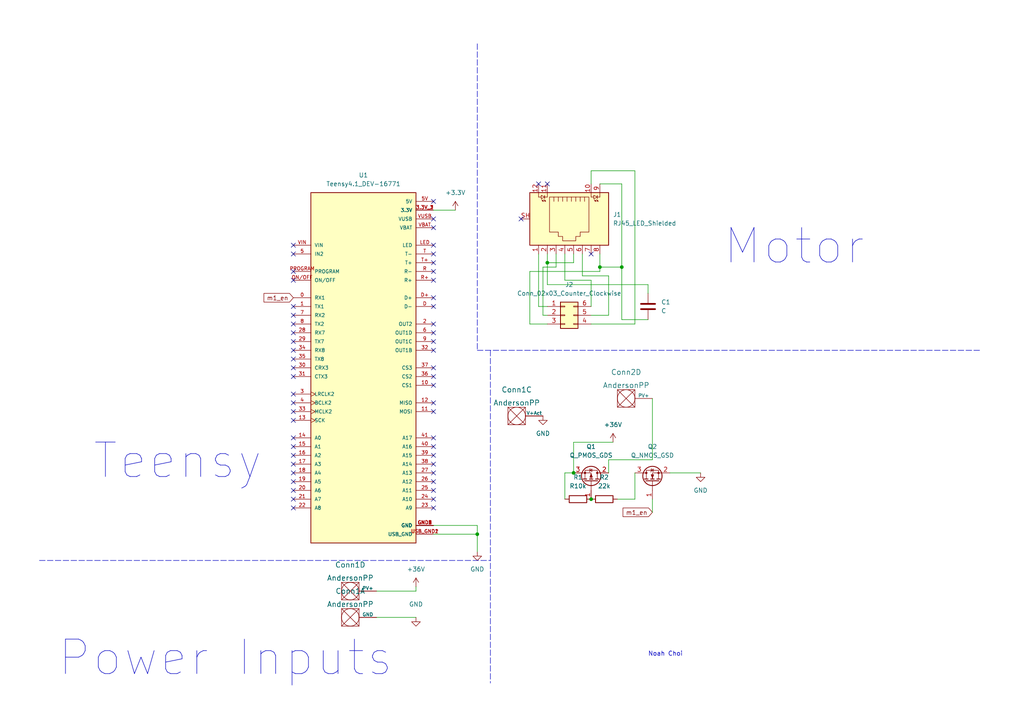
<source format=kicad_sch>
(kicad_sch (version 20211123) (generator eeschema)
  (paper "A4")
  (lib_symbols
    (symbol "Connector:RJ45_LED_Shielded" (pin_names (offset 1.016))
      (property "Reference" "J" (at -5.08 13.97 0))
      (property "Value" "RJ45_LED_Shielded" (at 1.27 13.97 0))
      (symbol "RJ45_LED_Shielded_0_1"
        (polyline (pts (xy -7.62 -7.62) (xy -6.35 -7.62)))
        (polyline (pts (xy -7.62 -5.08) (xy -6.35 -5.08)))
        (polyline (pts (xy -7.62 7.62) (xy -6.35 7.62)))
        (polyline (pts (xy -7.62 10.16) (xy -6.35 10.16)))
        (polyline (pts (xy -6.858 -5.842) (xy -5.842 -5.842)))
        (polyline (pts (xy -6.858 9.398) (xy -5.842 9.398)))
        (polyline (pts (xy -6.35 -7.62) (xy -6.35 -6.858)))
        (polyline (pts (xy -6.35 -5.08) (xy -6.35 -5.842)))
        (polyline (pts (xy -6.35 7.62) (xy -6.35 8.382)))
        (polyline (pts (xy -6.35 10.16) (xy -6.35 9.398)))
        (polyline (pts (xy -5.08 -6.223) (xy -5.207 -6.604)))
        (polyline (pts (xy -5.08 -5.588) (xy -5.207 -5.969)))
        (polyline (pts (xy -5.08 4.445) (xy -6.35 4.445)))
        (polyline (pts (xy -5.08 5.715) (xy -6.35 5.715)))
        (polyline (pts (xy -5.08 9.017) (xy -5.207 8.636)))
        (polyline (pts (xy -5.08 9.652) (xy -5.207 9.271)))
        (polyline (pts (xy -6.35 -3.175) (xy -5.08 -3.175) (xy -5.08 -3.175)))
        (polyline (pts (xy -6.35 -1.905) (xy -5.08 -1.905) (xy -5.08 -1.905)))
        (polyline (pts (xy -6.35 -0.635) (xy -5.08 -0.635) (xy -5.08 -0.635)))
        (polyline (pts (xy -6.35 0.635) (xy -5.08 0.635) (xy -5.08 0.635)))
        (polyline (pts (xy -6.35 1.905) (xy -5.08 1.905) (xy -5.08 1.905)))
        (polyline (pts (xy -5.588 -6.731) (xy -5.08 -6.223) (xy -5.461 -6.35)))
        (polyline (pts (xy -5.588 -6.096) (xy -5.08 -5.588) (xy -5.461 -5.715)))
        (polyline (pts (xy -5.588 8.509) (xy -5.08 9.017) (xy -5.461 8.89)))
        (polyline (pts (xy -5.588 9.144) (xy -5.08 9.652) (xy -5.461 9.525)))
        (polyline (pts (xy -5.08 3.175) (xy -6.35 3.175) (xy -6.35 3.175)))
        (polyline (pts (xy -6.35 -5.842) (xy -6.858 -6.858) (xy -5.842 -6.858) (xy -6.35 -5.842)))
        (polyline (pts (xy -6.35 9.398) (xy -6.858 8.382) (xy -5.842 8.382) (xy -6.35 9.398)))
        (polyline (pts (xy -6.35 -4.445) (xy -6.35 6.985) (xy 3.81 6.985) (xy 3.81 4.445) (xy 5.08 4.445) (xy 5.08 3.175) (xy 6.35 3.175) (xy 6.35 -0.635) (xy 5.08 -0.635) (xy 5.08 -1.905) (xy 3.81 -1.905) (xy 3.81 -4.445) (xy -6.35 -4.445) (xy -6.35 -4.445)))
        (rectangle (start 7.62 12.7) (end -7.62 -10.16) (stroke (width 0.254)) (fill (type background)))
      )
      (symbol "RJ45_LED_Shielded_1_1"
        (pin passive line (at 10.16 -7.62 180) (length 2.54) (name "~") (number "1"))
        (pin passive line (at -10.16 7.62 0) (length 2.54) (name "~") (number "10"))
        (pin passive line (at -10.16 -5.08 0) (length 2.54) (name "~") (number "11"))
        (pin passive line (at -10.16 -7.62 0) (length 2.54) (name "~") (number "12"))
        (pin passive line (at 10.16 -5.08 180) (length 2.54) (name "~") (number "2"))
        (pin passive line (at 10.16 -2.54 180) (length 2.54) (name "~") (number "3"))
        (pin passive line (at 10.16 0 180) (length 2.54) (name "~") (number "4"))
        (pin passive line (at 10.16 2.54 180) (length 2.54) (name "~") (number "5"))
        (pin passive line (at 10.16 5.08 180) (length 2.54) (name "~") (number "6"))
        (pin passive line (at 10.16 7.62 180) (length 2.54) (name "~") (number "7"))
        (pin passive line (at 10.16 10.16 180) (length 2.54) (name "~") (number "8"))
        (pin passive line (at -10.16 10.16 0) (length 2.54) (name "~") (number "9"))
        (pin passive line (at 0 -12.7 90) (length 2.54) (name "~") (number "SH"))
      )
    )
    (symbol "Connector_Generic:Conn_02x03_Counter_Clockwise" (pin_names (offset 1.016) hide)
      (property "Reference" "J" (at 1.27 5.08 0))
      (property "Value" "Conn_02x03_Counter_Clockwise" (at 1.27 -5.08 0))
      (symbol "Conn_02x03_Counter_Clockwise_1_1"
        (rectangle (start -1.27 -2.413) (end 0 -2.667) (stroke (width 0.1524)))
        (rectangle (start -1.27 0.127) (end 0 -0.127) (stroke (width 0.1524)))
        (rectangle (start -1.27 2.667) (end 0 2.413) (stroke (width 0.1524)))
        (rectangle (start -1.27 3.81) (end 3.81 -3.81) (stroke (width 0.254)) (fill (type background)))
        (rectangle (start 3.81 -2.413) (end 2.54 -2.667) (stroke (width 0.1524)))
        (rectangle (start 3.81 0.127) (end 2.54 -0.127) (stroke (width 0.1524)))
        (rectangle (start 3.81 2.667) (end 2.54 2.413) (stroke (width 0.1524)))
        (pin passive line (at -5.08 2.54 0) (length 3.81) (name "Pin_1") (number "1"))
        (pin passive line (at -5.08 0 0) (length 3.81) (name "Pin_2") (number "2"))
        (pin passive line (at -5.08 -2.54 0) (length 3.81) (name "Pin_3") (number "3"))
        (pin passive line (at 7.62 -2.54 180) (length 3.81) (name "Pin_4") (number "4"))
        (pin passive line (at 7.62 0 180) (length 3.81) (name "Pin_5") (number "5"))
        (pin passive line (at 7.62 2.54 180) (length 3.81) (name "Pin_6") (number "6"))
      )
    )
    (symbol "Device:C" (pin_numbers hide) (pin_names (offset 0.254))
      (property "Reference" "C" (at 0.635 2.54 0))
      (property "Value" "C" (at 0.635 -2.54 0))
      (symbol "C_0_1"
        (polyline (pts (xy -2.032 -0.762) (xy 2.032 -0.762)) (stroke (width 0.508)))
        (polyline (pts (xy -2.032 0.762) (xy 2.032 0.762)) (stroke (width 0.508)))
      )
      (symbol "C_1_1"
        (pin passive line (at 0 3.81 270) (length 2.794) (name "~") (number "1"))
        (pin passive line (at 0 -3.81 90) (length 2.794) (name "~") (number "2"))
      )
    )
    (symbol "Device:Q_NMOS_GSD" (pin_names (offset 0) hide)
      (property "Reference" "Q" (at 5.08 1.27 0))
      (property "Value" "Q_NMOS_GSD" (at 5.08 -1.27 0))
      (symbol "Q_NMOS_GSD_0_1"
        (polyline (pts (xy 0.254 0) (xy -2.54 0)))
        (polyline (pts (xy 0.254 1.905) (xy 0.254 -1.905)) (stroke (width 0.254)))
        (polyline (pts (xy 0.762 -1.27) (xy 0.762 -2.286)) (stroke (width 0.254)))
        (polyline (pts (xy 0.762 0.508) (xy 0.762 -0.508)) (stroke (width 0.254)))
        (polyline (pts (xy 0.762 2.286) (xy 0.762 1.27)) (stroke (width 0.254)))
        (polyline (pts (xy 2.54 2.54) (xy 2.54 1.778)))
        (polyline (pts (xy 2.54 -2.54) (xy 2.54 0) (xy 0.762 0)))
        (polyline (pts (xy 0.762 -1.778) (xy 3.302 -1.778) (xy 3.302 1.778) (xy 0.762 1.778)))
        (polyline (pts (xy 1.016 0) (xy 2.032 0.381) (xy 2.032 -0.381) (xy 1.016 0)) (fill (type outline)))
        (polyline (pts (xy 2.794 0.508) (xy 2.921 0.381) (xy 3.683 0.381) (xy 3.81 0.254)))
        (polyline (pts (xy 3.302 0.381) (xy 2.921 -0.254) (xy 3.683 -0.254) (xy 3.302 0.381)))
        (circle (center 1.651 0) (radius 2.794) (stroke (width 0.254)))
        (circle (center 2.54 -1.778) (radius 0.254) (fill (type outline)))
        (circle (center 2.54 1.778) (radius 0.254) (fill (type outline)))
      )
      (symbol "Q_NMOS_GSD_1_1"
        (pin input line (at -5.08 0 0) (length 2.54) (name "G") (number "1"))
        (pin passive line (at 2.54 -5.08 90) (length 2.54) (name "S") (number "2"))
        (pin passive line (at 2.54 5.08 270) (length 2.54) (name "D") (number "3"))
      )
    )
    (symbol "Device:Q_PMOS_GDS" (pin_names (offset 0) hide)
      (property "Reference" "Q" (at 5.08 1.27 0))
      (property "Value" "Q_PMOS_GDS" (at 5.08 -1.27 0))
      (symbol "Q_PMOS_GDS_0_1"
        (polyline (pts (xy 0.254 0) (xy -2.54 0)))
        (polyline (pts (xy 0.254 1.905) (xy 0.254 -1.905)) (stroke (width 0.254)))
        (polyline (pts (xy 0.762 -1.27) (xy 0.762 -2.286)) (stroke (width 0.254)))
        (polyline (pts (xy 0.762 0.508) (xy 0.762 -0.508)) (stroke (width 0.254)))
        (polyline (pts (xy 0.762 2.286) (xy 0.762 1.27)) (stroke (width 0.254)))
        (polyline (pts (xy 2.54 2.54) (xy 2.54 1.778)))
        (polyline (pts (xy 2.54 -2.54) (xy 2.54 0) (xy 0.762 0)))
        (polyline (pts (xy 0.762 1.778) (xy 3.302 1.778) (xy 3.302 -1.778) (xy 0.762 -1.778)))
        (polyline (pts (xy 2.286 0) (xy 1.27 0.381) (xy 1.27 -0.381) (xy 2.286 0)) (fill (type outline)))
        (polyline (pts (xy 2.794 -0.508) (xy 2.921 -0.381) (xy 3.683 -0.381) (xy 3.81 -0.254)))
        (polyline (pts (xy 3.302 -0.381) (xy 2.921 0.254) (xy 3.683 0.254) (xy 3.302 -0.381)))
        (circle (center 1.651 0) (radius 2.794) (stroke (width 0.254)))
        (circle (center 2.54 -1.778) (radius 0.254) (fill (type outline)))
        (circle (center 2.54 1.778) (radius 0.254) (fill (type outline)))
      )
      (symbol "Q_PMOS_GDS_1_1"
        (pin input line (at -5.08 0 0) (length 2.54) (name "G") (number "1"))
        (pin passive line (at 2.54 5.08 270) (length 2.54) (name "D") (number "2"))
        (pin passive line (at 2.54 -5.08 90) (length 2.54) (name "S") (number "3"))
      )
    )
    (symbol "Device:R" (pin_numbers hide) (pin_names (offset 0))
      (property "Reference" "R" (at 2.032 0 90))
      (property "Value" "R" (at 0 0 90))
      (symbol "R_0_1"
        (rectangle (start -1.016 -2.54) (end 1.016 2.54) (stroke (width 0.254)))
      )
      (symbol "R_1_1"
        (pin passive line (at 0 3.81 270) (length 1.27) (name "~") (number "1"))
        (pin passive line (at 0 -3.81 90) (length 1.27) (name "~") (number "2"))
      )
    )
    (symbol "MRDT_Connectors:AndersonPP" (pin_numbers hide) (pin_names (offset 0))
      (property "Reference" "Conn" (at 3.81 -1.27 0))
      (property "Value" "AndersonPP" (at 2.54 6.35 0))
      (symbol "AndersonPP_0_1"
        (polyline (pts (xy 0 5.08) (xy 5.08 0)))
        (polyline (pts (xy 5.08 5.08) (xy 0 0)))
        (rectangle (start 0 0) (end 5.08 5.08))
        (circle (center 2.54 2.54) (radius 2.54))
      )
      (symbol "AndersonPP_1_1"
        (pin input line (at 10.16 2.54 180) (length 5.08) (name "GND") (number "1"))
      )
      (symbol "AndersonPP_2_1"
        (pin input line (at 10.16 2.54 180) (length 5.08) (name "V+Log") (number "2"))
      )
      (symbol "AndersonPP_3_1"
        (pin input line (at 10.16 2.54 180) (length 5.08) (name "V+Act") (number "3"))
      )
      (symbol "AndersonPP_4_1"
        (pin input line (at 10.16 2.54 180) (length 5.08) (name "PV+") (number "4"))
      )
      (symbol "AndersonPP_5_1"
        (pin input line (at 10.16 2.54 180) (length 5.08) (name "~") (number "1"))
      )
    )
    (symbol "MRDT_Shields:Teensy4.1_DEV-16771" (pin_names (offset 1.016))
      (property "Reference" "U" (at -15.24 52.07 0))
      (property "Value" "Teensy4.1_DEV-16771" (at -15.24 -53.34 0))
      (symbol "Teensy4.1_DEV-16771_0_0"
        (rectangle (start -15.24 -50.8) (end 15.24 50.8) (stroke (width 0.254)) (fill (type background)))
        (pin bidirectional line (at -20.32 20.32 0) (length 5.08) (name "RX1") (number "0"))
        (pin bidirectional line (at -20.32 17.78 0) (length 5.08) (name "TX1") (number "1"))
        (pin bidirectional line (at 20.32 -5.08 180) (length 5.08) (name "CS1") (number "10"))
        (pin bidirectional line (at 20.32 -12.7 180) (length 5.08) (name "MOSI") (number "11"))
        (pin bidirectional line (at 20.32 -10.16 180) (length 5.08) (name "MISO") (number "12"))
        (pin bidirectional clock (at -20.32 -15.24 0) (length 5.08) (name "SCK") (number "13"))
        (pin bidirectional line (at -20.32 -20.32 0) (length 5.08) (name "A0") (number "14"))
        (pin bidirectional line (at -20.32 -22.86 0) (length 5.08) (name "A1") (number "15"))
        (pin bidirectional line (at -20.32 -25.4 0) (length 5.08) (name "A2") (number "16"))
        (pin bidirectional line (at -20.32 -27.94 0) (length 5.08) (name "A3") (number "17"))
        (pin bidirectional line (at -20.32 -30.48 0) (length 5.08) (name "A4") (number "18"))
        (pin bidirectional line (at -20.32 -33.02 0) (length 5.08) (name "A5") (number "19"))
        (pin output line (at 20.32 12.7 180) (length 5.08) (name "OUT2") (number "2"))
        (pin bidirectional line (at -20.32 -35.56 0) (length 5.08) (name "A6") (number "20"))
        (pin bidirectional line (at -20.32 -38.1 0) (length 5.08) (name "A7") (number "21"))
        (pin bidirectional line (at -20.32 -40.64 0) (length 5.08) (name "A8") (number "22"))
        (pin bidirectional line (at 20.32 -40.64 180) (length 5.08) (name "A9") (number "23"))
        (pin bidirectional line (at 20.32 -38.1 180) (length 5.08) (name "A10") (number "24"))
        (pin bidirectional line (at 20.32 -35.56 180) (length 5.08) (name "A11") (number "25"))
        (pin bidirectional line (at 20.32 -33.02 180) (length 5.08) (name "A12") (number "26"))
        (pin bidirectional line (at 20.32 -30.48 180) (length 5.08) (name "A13") (number "27"))
        (pin bidirectional line (at -20.32 10.16 0) (length 5.08) (name "RX7") (number "28"))
        (pin bidirectional line (at -20.32 7.62 0) (length 5.08) (name "TX7") (number "29"))
        (pin bidirectional clock (at -20.32 -7.62 0) (length 5.08) (name "LRCLK2") (number "3"))
        (pin power_in line (at 20.32 45.72 180) (length 5.08) (name "3.3V") (number "3.3V_1"))
        (pin power_in line (at 20.32 45.72 180) (length 5.08) (name "3.3V") (number "3.3V_2"))
        (pin power_in line (at 20.32 45.72 180) (length 5.08) (name "3.3V") (number "3.3V_3"))
        (pin bidirectional line (at -20.32 0 0) (length 5.08) (name "CRX3") (number "30"))
        (pin bidirectional line (at -20.32 -2.54 0) (length 5.08) (name "CTX3") (number "31"))
        (pin output line (at 20.32 5.08 180) (length 5.08) (name "OUT1B") (number "32"))
        (pin bidirectional clock (at -20.32 -12.7 0) (length 5.08) (name "MCLK2") (number "33"))
        (pin bidirectional line (at -20.32 5.08 0) (length 5.08) (name "RX8") (number "34"))
        (pin bidirectional line (at -20.32 2.54 0) (length 5.08) (name "TX8") (number "35"))
        (pin bidirectional line (at 20.32 -2.54 180) (length 5.08) (name "CS2") (number "36"))
        (pin bidirectional line (at 20.32 0 180) (length 5.08) (name "CS3") (number "37"))
        (pin bidirectional line (at 20.32 -27.94 180) (length 5.08) (name "A14") (number "38"))
        (pin bidirectional line (at 20.32 -25.4 180) (length 5.08) (name "A15") (number "39"))
        (pin bidirectional clock (at -20.32 -10.16 0) (length 5.08) (name "BCLK2") (number "4"))
        (pin bidirectional line (at 20.32 -22.86 180) (length 5.08) (name "A16") (number "40"))
        (pin bidirectional line (at 20.32 -20.32 180) (length 5.08) (name "A17") (number "41"))
        (pin bidirectional line (at -20.32 33.02 0) (length 5.08) (name "IN2") (number "5"))
        (pin power_in line (at 20.32 48.26 180) (length 5.08) (name "5V") (number "5V"))
        (pin output line (at 20.32 10.16 180) (length 5.08) (name "OUT1D") (number "6"))
        (pin bidirectional line (at -20.32 15.24 0) (length 5.08) (name "RX2") (number "7"))
        (pin bidirectional line (at -20.32 12.7 0) (length 5.08) (name "TX2") (number "8"))
        (pin output line (at 20.32 7.62 180) (length 5.08) (name "OUT1C") (number "9"))
        (pin bidirectional line (at 20.32 17.78 180) (length 5.08) (name "D-") (number "D"))
        (pin bidirectional line (at 20.32 20.32 180) (length 5.08) (name "D+") (number "D+"))
        (pin power_in line (at 20.32 -45.72 180) (length 5.08) (name "GND") (number "GND1"))
        (pin power_in line (at 20.32 -45.72 180) (length 5.08) (name "GND") (number "GND2"))
        (pin power_in line (at 20.32 -45.72 180) (length 5.08) (name "GND") (number "GND3"))
        (pin power_in line (at 20.32 -45.72 180) (length 5.08) (name "GND") (number "GND4"))
        (pin power_in line (at 20.32 -45.72 180) (length 5.08) (name "GND") (number "GND5"))
        (pin bidirectional line (at 20.32 35.56 180) (length 5.08) (name "LED") (number "LED"))
        (pin bidirectional line (at -20.32 25.4 0) (length 5.08) (name "ON/OFF") (number "ON/OFF"))
        (pin bidirectional line (at -20.32 27.94 0) (length 5.08) (name "PROGRAM") (number "PROGRAM"))
        (pin bidirectional line (at 20.32 27.94 180) (length 5.08) (name "R-") (number "R"))
        (pin bidirectional line (at 20.32 25.4 180) (length 5.08) (name "R+") (number "R+"))
        (pin bidirectional line (at 20.32 33.02 180) (length 5.08) (name "T-") (number "T"))
        (pin bidirectional line (at 20.32 30.48 180) (length 5.08) (name "T+") (number "T+"))
        (pin power_in line (at 20.32 -48.26 180) (length 5.08) (name "USB_GND") (number "USB_GND1"))
        (pin power_in line (at 20.32 -48.26 180) (length 5.08) (name "USB_GND") (number "USB_GND2"))
        (pin passive line (at 20.32 40.64 180) (length 5.08) (name "VBAT") (number "VBAT"))
        (pin input line (at -20.32 35.56 0) (length 5.08) (name "VIN") (number "VIN"))
        (pin passive line (at 20.32 43.18 180) (length 5.08) (name "VUSB") (number "VUSB"))
      )
    )
    (symbol "power:+3.3V" (power) (pin_names (offset 0))
      (property "Value" "+3.3V" (at 0 3.556 0))
      (symbol "+3.3V_0_1"
        (polyline (pts (xy -0.762 1.27) (xy 0 2.54)))
        (polyline (pts (xy 0 0) (xy 0 2.54)))
        (polyline (pts (xy 0 2.54) (xy 0.762 1.27)))
      )
      (symbol "+3.3V_1_1"
        (pin power_in line (at 0 0 90) (length 0) hide (name "+3.3V") (number "1"))
      )
    )
    (symbol "power:+36V" (power) (pin_names (offset 0))
      (property "Value" "+36V" (at 0 3.556 0))
      (symbol "+36V_0_1"
        (polyline (pts (xy -0.762 1.27) (xy 0 2.54)))
        (polyline (pts (xy 0 0) (xy 0 2.54)))
        (polyline (pts (xy 0 2.54) (xy 0.762 1.27)))
      )
      (symbol "+36V_1_1"
        (pin power_in line (at 0 0 90) (length 0) hide (name "+36V") (number "1"))
      )
    )
    (symbol "power:GND" (power) (pin_names (offset 0))
      (property "Value" "GND" (at 0 -3.81 0))
      (symbol "GND_0_1"
        (polyline (pts (xy 0 0) (xy 0 -1.27) (xy 1.27 -1.27) (xy 0 -2.54) (xy -1.27 -1.27) (xy 0 -1.27)))
      )
      (symbol "GND_1_1"
        (pin power_in line (at 0 0 270) (length 0) hide (name "GND") (number "1"))
      )
    )
  )
  (junction (at 180.34 77.47))
  (junction (at 158.75 76.2))
  (junction (at 138.43 154.94))
  (junction (at 173.99 77.47))
  (junction (at 171.45 144.78))
  (junction (at 166.37 137.16))
  (no_connect (at 171.45 73.66))
  (no_connect (at 156.21 53.34))
  (no_connect (at 158.75 53.34))
  (no_connect (at 151.13 63.5))
  (no_connect (at 125.73 142.24))
  (no_connect (at 125.73 139.7))
  (no_connect (at 125.73 137.16))
  (no_connect (at 125.73 134.62))
  (no_connect (at 125.73 132.08))
  (no_connect (at 125.73 129.54))
  (no_connect (at 125.73 127))
  (no_connect (at 125.73 147.32))
  (no_connect (at 125.73 144.78))
  (no_connect (at 85.09 137.16))
  (no_connect (at 85.09 139.7))
  (no_connect (at 85.09 142.24))
  (no_connect (at 85.09 144.78))
  (no_connect (at 85.09 147.32))
  (no_connect (at 85.09 134.62))
  (no_connect (at 85.09 129.54))
  (no_connect (at 85.09 132.08))
  (no_connect (at 85.09 127))
  (no_connect (at 125.73 66.04))
  (no_connect (at 125.73 63.5))
  (no_connect (at 125.73 58.42))
  (no_connect (at 85.09 119.38))
  (no_connect (at 85.09 121.92))
  (no_connect (at 125.73 119.38))
  (no_connect (at 125.73 116.84))
  (no_connect (at 125.73 111.76))
  (no_connect (at 125.73 109.22))
  (no_connect (at 125.73 106.68))
  (no_connect (at 125.73 101.6))
  (no_connect (at 125.73 99.06))
  (no_connect (at 125.73 96.52))
  (no_connect (at 125.73 93.98))
  (no_connect (at 125.73 88.9))
  (no_connect (at 125.73 86.36))
  (no_connect (at 125.73 81.28))
  (no_connect (at 125.73 78.74))
  (no_connect (at 125.73 76.2))
  (no_connect (at 85.09 71.12))
  (no_connect (at 85.09 73.66))
  (no_connect (at 125.73 73.66))
  (no_connect (at 125.73 71.12))
  (no_connect (at 85.09 81.28))
  (no_connect (at 85.09 78.74))
  (no_connect (at 85.09 88.9))
  (no_connect (at 85.09 91.44))
  (no_connect (at 85.09 93.98))
  (no_connect (at 85.09 96.52))
  (no_connect (at 85.09 99.06))
  (no_connect (at 85.09 101.6))
  (no_connect (at 85.09 104.14))
  (no_connect (at 85.09 106.68))
  (no_connect (at 85.09 109.22))
  (no_connect (at 85.09 114.3))
  (no_connect (at 85.09 116.84))
  (wire (pts (xy 173.99 78.74) (xy 173.99 77.47)))
  (wire (pts (xy 138.43 154.94) (xy 138.43 160.02)))
  (wire (pts (xy 125.73 152.4) (xy 138.43 152.4)))
  (wire (pts (xy 166.37 73.66) (xy 166.37 76.2)))
  (wire (pts (xy 189.23 115.57) (xy 189.23 133.35)))
  (wire (pts (xy 189.23 133.35) (xy 176.53 133.35)))
  (wire (pts (xy 189.23 144.78) (xy 189.23 148.59)))
  (wire (pts (xy 109.22 171.45) (xy 120.65 171.45)))
  (wire (pts (xy 158.75 73.66) (xy 158.75 76.2)))
  (wire (pts (xy 125.73 60.96) (xy 132.08 60.96)))
  (wire (pts (xy 158.75 93.98) (xy 153.67 93.98)))
  (wire (pts (xy 180.34 77.47) (xy 180.34 53.34)))
  (wire (pts (xy 163.83 144.78) (xy 163.83 137.16)))
  (wire (pts (xy 157.48 77.47) (xy 161.29 77.47)))
  (wire (pts (xy 158.75 76.2) (xy 166.37 76.2)))
  (wire (pts (xy 180.34 77.47) (xy 173.99 77.47)))
  (wire (pts (xy 158.75 82.55) (xy 187.96 82.55)))
  (wire (pts (xy 158.75 76.2) (xy 158.75 82.55)))
  (wire (pts (xy 138.43 152.4) (xy 138.43 154.94)))
  (wire (pts (xy 177.8 128.27) (xy 166.37 128.27)))
  (wire (pts (xy 153.67 78.74) (xy 173.99 78.74)))
  (wire (pts (xy 194.31 137.16) (xy 203.2 137.16)))
  (wire (pts (xy 171.45 49.53) (xy 171.45 53.34)))
  (wire (pts (xy 171.45 93.98) (xy 184.15 93.98)))
  (wire (pts (xy 158.75 88.9) (xy 156.21 88.9)))
  (wire (pts (xy 166.37 128.27) (xy 166.37 137.16)))
  (wire (pts (xy 171.45 88.9) (xy 171.45 81.28)))
  (wire (pts (xy 153.67 93.98) (xy 153.67 78.74)))
  (wire (pts (xy 157.48 91.44) (xy 157.48 77.47)))
  (wire (pts (xy 184.15 144.78) (xy 184.15 137.16)))
  (wire (pts (xy 156.21 88.9) (xy 156.21 73.66)))
  (wire (pts (xy 184.15 49.53) (xy 171.45 49.53)))
  (wire (pts (xy 176.53 133.35) (xy 176.53 137.16)))
  (polyline (pts (xy 138.43 101.6) (xy 284.48 101.6)))
  (wire (pts (xy 158.75 91.44) (xy 157.48 91.44)))
  (wire (pts (xy 109.22 179.07) (xy 120.65 179.07)))
  (wire (pts (xy 163.83 137.16) (xy 166.37 137.16)))
  (wire (pts (xy 173.99 53.34) (xy 180.34 53.34)))
  (wire (pts (xy 179.07 144.78) (xy 184.15 144.78)))
  (polyline (pts (xy 11.43 162.56) (xy 142.24 162.56)))
  (wire (pts (xy 161.29 77.47) (xy 161.29 73.66)))
  (wire (pts (xy 173.99 77.47) (xy 173.99 73.66)))
  (wire (pts (xy 184.15 93.98) (xy 184.15 49.53)))
  (wire (pts (xy 180.34 92.71) (xy 180.34 77.47)))
  (wire (pts (xy 171.45 81.28) (xy 163.83 81.28)))
  (wire (pts (xy 187.96 92.71) (xy 180.34 92.71)))
  (wire (pts (xy 171.45 91.44) (xy 176.53 91.44)))
  (wire (pts (xy 176.53 80.01) (xy 168.91 80.01)))
  (wire (pts (xy 187.96 82.55) (xy 187.96 85.09)))
  (wire (pts (xy 125.73 154.94) (xy 138.43 154.94)))
  (polyline (pts (xy 142.24 101.6) (xy 142.24 198.12)))
  (wire (pts (xy 163.83 73.66) (xy 163.83 81.28)))
  (wire (pts (xy 120.65 170.18) (xy 120.65 171.45)))
  (polyline (pts (xy 138.43 12.7) (xy 138.43 101.6)))
  (wire (pts (xy 168.91 73.66) (xy 168.91 80.01)))
  (wire (pts (xy 176.53 91.44) (xy 176.53 80.01)))
  (text "Motor" (at 209.55 77.47 0) (effects (font (size 10 10)) (justify left bottom)))
  (text "Noah Choi\n" (at 187.96 190.5 0) (effects (font (size 1.27 1.27)) (justify left bottom)))
  (text "Teensy\n" (at 26.67 139.7 0) (effects (font (size 10 10)) (justify left bottom)))
  (text "Power Inputs" (at 16.51 196.85 0) (effects (font (size 10 10)) (justify left bottom)))
  (global_label "m1_en" (shape input) (at 85.09 86.36 180) (property "Intersheet References" "${INTERSHEET_REFS}" (effects hide)))
  (global_label "m1_en" (shape input) (at 189.23 148.59 180) (property "Intersheet References" "${INTERSHEET_REFS}" (effects hide)))
  (symbol (lib_id "power:+3.3V") (at 132.08 60.96 0) (unit 1)
    (property "Reference" "#PWR03" (effects hide))
    (property "Value" "+3.3V" (at 132.08 55.88 0))
  )
  (symbol (lib_id "MRDT_Connectors:AndersonPP") (at 179.07 118.11 0) (unit 4)
    (property "Reference" "Conn2" (at 181.61 107.95 0) (effects (font (size 1.524 1.524))))
    (property "Value" "AndersonPP" (at 181.61 111.76 0) (effects (font (size 1.524 1.524))))
  )
  (symbol (lib_id "Device:R") (at 175.26 144.78 90) (unit 1)
    (property "Reference" "R2" (at 175.26 138.43 90))
    (property "Value" "22k" (at 175.26 140.97 90))
  )
  (symbol (lib_id "power:GND") (at 157.48 120.65 0) (unit 1)
    (property "Reference" "#PWR05" (effects hide))
    (property "Value" "GND" (at 157.48 125.73 0))
  )
  (symbol (lib_id "power:+36V") (at 177.8 128.27 0) (unit 1)
    (property "Reference" "#PWR06" (effects hide))
    (property "Value" "+36V" (at 177.8 123.19 0))
  )
  (symbol (lib_id "MRDT_Connectors:AndersonPP") (at 99.06 173.99 0) (unit 4)
    (property "Reference" "Conn1" (at 101.6 163.83 0) (effects (font (size 1.524 1.524))))
    (property "Value" "AndersonPP" (at 101.6 167.64 0) (effects (font (size 1.524 1.524))))
  )
  (symbol (lib_id "power:GND") (at 138.43 160.02 0) (unit 1)
    (property "Reference" "#PWR04" (effects hide))
    (property "Value" "GND" (at 138.43 165.1 0))
  )
  (symbol (lib_id "power:+36V") (at 120.65 170.18 0) (unit 1)
    (property "Reference" "#PWR01" (effects hide))
    (property "Value" "+36V" (at 120.65 165.1 0))
  )
  (symbol (lib_id "Device:Q_PMOS_GDS") (at 171.45 139.7 270) (mirror x) (unit 1)
    (property "Reference" "Q1" (at 171.45 129.54 90))
    (property "Value" "Q_PMOS_GDS" (at 171.45 132.08 90))
  )
  (symbol (lib_id "Connector:RJ45_LED_Shielded") (at 163.83 63.5 270) (unit 1)
    (property "Reference" "J1" (at 177.8 62.2299 90) (effects (justify left)))
    (property "Value" "RJ45_LED_Shielded" (at 177.8 64.7699 90) (effects (justify left)))
  )
  (symbol (lib_id "power:GND") (at 120.65 179.07 0) (unit 1)
    (property "Reference" "#PWR02" (effects hide))
    (property "Value" "GND" (at 120.65 175.26 0))
  )
  (symbol (lib_id "Connector_Generic:Conn_02x03_Counter_Clockwise") (at 163.83 91.44 0) (unit 1)
    (property "Reference" "J2" (at 165.1 82.55 0))
    (property "Value" "Conn_02x03_Counter_Clockwise" (at 165.1 85.09 0))
  )
  (symbol (lib_id "Device:C") (at 187.96 88.9 0) (unit 1)
    (property "Reference" "C1" (at 191.77 87.6299 0) (effects (justify left)))
    (property "Value" "C" (at 191.77 90.1699 0) (effects (justify left)))
  )
  (symbol (lib_id "Device:Q_NMOS_GSD") (at 189.23 139.7 90) (unit 1)
    (property "Reference" "Q2" (at 189.23 129.54 90))
    (property "Value" "Q_NMOS_GSD" (at 189.23 132.08 90))
  )
  (symbol (lib_id "Device:R") (at 167.64 144.78 270) (unit 1)
    (property "Reference" "R1" (at 167.64 138.43 90))
    (property "Value" "R10k" (at 167.64 140.97 90))
  )
  (symbol (lib_id "MRDT_Shields:Teensy4.1_DEV-16771") (at 105.41 106.68 0) (unit 1)
    (property "Reference" "U1" (at 105.41 50.8 0))
    (property "Value" "Teensy4.1_DEV-16771" (at 105.41 53.34 0))
    (property "Footprint" "MODULE_DEV-16771" (effects hide))
    (property "STANDARD" "Manufacturer recommendations" (effects hide))
    (property "MAXIMUM_PACKAGE_HEIGHT" "4.07mm" (effects hide))
    (property "MANUFACTURER" "SparkFun Electronics" (effects hide))
    (property "PARTREV" "4.1" (effects hide))
  )
  (symbol (lib_id "power:GND") (at 203.2 137.16 0) (unit 1)
    (property "Reference" "#PWR07" (effects hide))
    (property "Value" "GND" (at 203.2 142.24 0))
  )
  (symbol (lib_id "MRDT_Connectors:AndersonPP") (at 147.32 123.19 0) (unit 3)
    (property "Reference" "Conn1" (at 149.86 113.03 0) (effects (font (size 1.524 1.524))))
    (property "Value" "AndersonPP" (at 149.86 116.84 0) (effects (font (size 1.524 1.524))))
  )
  (symbol (lib_id "MRDT_Connectors:AndersonPP") (at 99.06 181.61 0) (unit 1)
    (property "Reference" "Conn1" (at 101.6 171.45 0) (effects (font (size 1.524 1.524))))
    (property "Value" "AndersonPP" (at 101.6 175.26 0) (effects (font (size 1.524 1.524))))
  )
)
</source>
